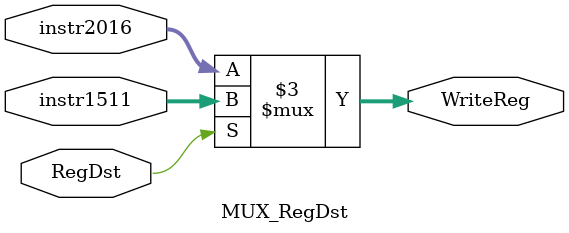
<source format=sv>
module MUX_RegDst(
  input logic RegDst,
  input logic[4:0] instr2016,
  input logic[4:0] instr1511,
  output logic[4:0] WriteReg
);
always_comb begin
  if(RegDst)      WriteReg <= instr1511;
  else            WriteReg <= instr2016;
  end
endmodule

</source>
